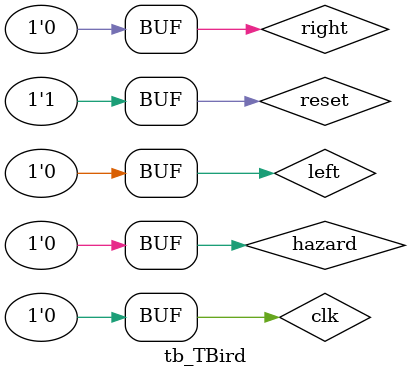
<source format=v>
`timescale 1ns/1ns

module tb_TBird ();

	reg clk, reset, left, right, hazard;
	
	
	TBird tbird (
		.clk(), 
		.reset(),
		.sw(),
		.L2(), .L1(), .L0(),
		.R2(), .R1(), .R0()
	);


	initial begin
		clk = 1'b0;
		reset = 1'b1;
		left = 1'b1;
		right = 1'b1;
		hazard = 1'b1;
		
		#10
		// trigger a reset
		reset = 1'b0;		
		#10
		// trigger left
		left = 1'b1;	
		#10
		// trigger right
		right = 1'b1;	
		#10
		// trigger hazard
		hazard = 1'b1;
		
		#10
		// return reset to default value 
		reset = 1'b1;
		#10
		// return left to deafult value 
		left = 1'b0;
		#10
		// return right to its default value. 
		right = 1'b0;
		#10
		// return hazard to its default value. 
		hazard = 1'b0;
	end




endmodule 
</source>
